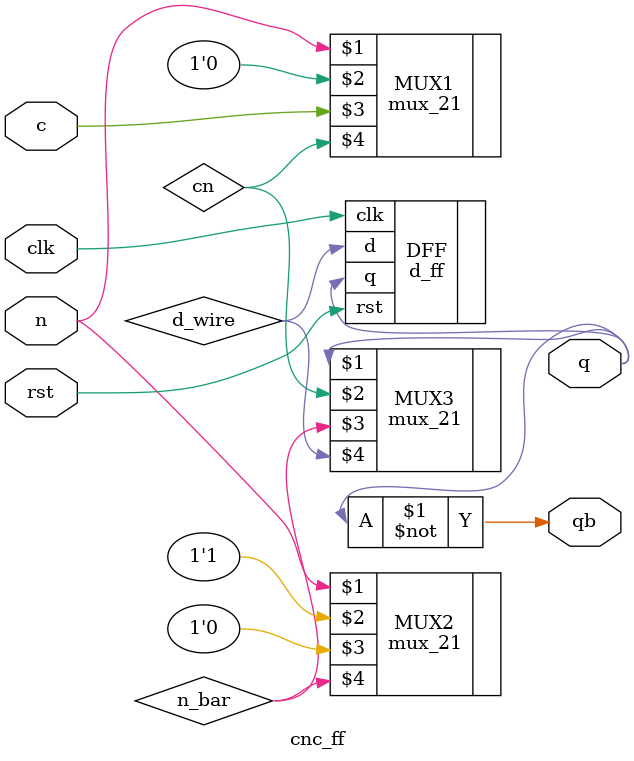
<source format=v>
module cnc_ff(clk,rst,c,n,q,qb);

	input clk,rst;
	input c,n;
	output q,qb;
	
	wire cn, n_bar,d_wire;
	
	mux_21 MUX1(n,1'b0,c,cn);
	mux_21 MUX2(n,1'b1,1'b0,n_bar);
	mux_21 MUX3(q,cn,n_bar,d_wire);
	d_ff DFF(.clk(clk),.rst(rst),.d(d_wire),.q(q));
	
	assign qb = ~q;
	
endmodule	

</source>
